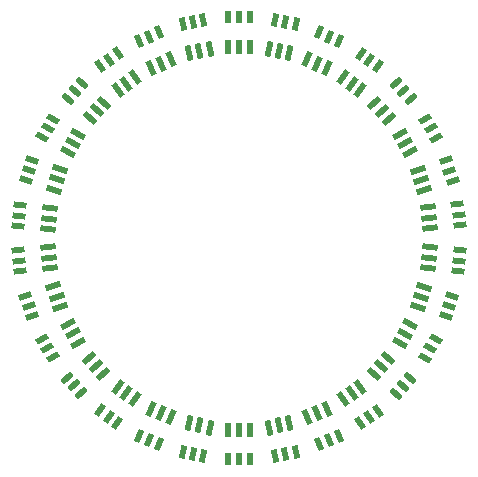
<source format=gbp>
G04*
G04 #@! TF.GenerationSoftware,Altium Limited,Altium Designer,20.0.9 (164)*
G04*
G04 Layer_Color=128*
%FSLAX25Y25*%
%MOIN*%
G70*
G01*
G75*
G04:AMPARAMS|DCode=65|XSize=43.31mil|YSize=19.68mil|CornerRadius=0mil|HoleSize=0mil|Usage=FLASHONLY|Rotation=198.000|XOffset=0mil|YOffset=0mil|HoleType=Round|Shape=Rectangle|*
%AMROTATEDRECTD65*
4,1,4,0.01755,0.01605,0.02364,-0.00267,-0.01755,-0.01605,-0.02364,0.00267,0.01755,0.01605,0.0*
%
%ADD65ROTATEDRECTD65*%

G04:AMPARAMS|DCode=66|XSize=51.18mil|YSize=19.68mil|CornerRadius=0mil|HoleSize=0mil|Usage=FLASHONLY|Rotation=198.000|XOffset=0mil|YOffset=0mil|HoleType=Round|Shape=Rectangle|*
%AMROTATEDRECTD66*
4,1,4,0.02130,0.01727,0.02738,-0.00145,-0.02130,-0.01727,-0.02738,0.00145,0.02130,0.01727,0.0*
%
%ADD66ROTATEDRECTD66*%

G04:AMPARAMS|DCode=67|XSize=51.18mil|YSize=19.68mil|CornerRadius=0mil|HoleSize=0mil|Usage=FLASHONLY|Rotation=210.000|XOffset=0mil|YOffset=0mil|HoleType=Round|Shape=Rectangle|*
%AMROTATEDRECTD67*
4,1,4,0.01724,0.02132,0.02708,0.00427,-0.01724,-0.02132,-0.02708,-0.00427,0.01724,0.02132,0.0*
%
%ADD67ROTATEDRECTD67*%

G04:AMPARAMS|DCode=68|XSize=43.31mil|YSize=19.68mil|CornerRadius=0mil|HoleSize=0mil|Usage=FLASHONLY|Rotation=210.000|XOffset=0mil|YOffset=0mil|HoleType=Round|Shape=Rectangle|*
%AMROTATEDRECTD68*
4,1,4,0.01383,0.01935,0.02367,0.00230,-0.01383,-0.01935,-0.02367,-0.00230,0.01383,0.01935,0.0*
%
%ADD68ROTATEDRECTD68*%

G04:AMPARAMS|DCode=69|XSize=43.31mil|YSize=19.68mil|CornerRadius=0mil|HoleSize=0mil|Usage=FLASHONLY|Rotation=222.000|XOffset=0mil|YOffset=0mil|HoleType=Round|Shape=Rectangle|*
%AMROTATEDRECTD69*
4,1,4,0.00951,0.02180,0.02268,0.00718,-0.00951,-0.02180,-0.02268,-0.00718,0.00951,0.02180,0.0*
%
%ADD69ROTATEDRECTD69*%

G04:AMPARAMS|DCode=70|XSize=51.18mil|YSize=19.68mil|CornerRadius=0mil|HoleSize=0mil|Usage=FLASHONLY|Rotation=222.000|XOffset=0mil|YOffset=0mil|HoleType=Round|Shape=Rectangle|*
%AMROTATEDRECTD70*
4,1,4,0.01243,0.02444,0.02560,0.00981,-0.01243,-0.02444,-0.02560,-0.00981,0.01243,0.02444,0.0*
%
%ADD70ROTATEDRECTD70*%

G04:AMPARAMS|DCode=71|XSize=51.18mil|YSize=19.68mil|CornerRadius=0mil|HoleSize=0mil|Usage=FLASHONLY|Rotation=234.000|XOffset=0mil|YOffset=0mil|HoleType=Round|Shape=Rectangle|*
%AMROTATEDRECTD71*
4,1,4,0.00708,0.02649,0.02300,0.01492,-0.00708,-0.02649,-0.02300,-0.01492,0.00708,0.02649,0.0*
%
%ADD71ROTATEDRECTD71*%

G04:AMPARAMS|DCode=72|XSize=43.31mil|YSize=19.68mil|CornerRadius=0mil|HoleSize=0mil|Usage=FLASHONLY|Rotation=234.000|XOffset=0mil|YOffset=0mil|HoleType=Round|Shape=Rectangle|*
%AMROTATEDRECTD72*
4,1,4,0.00477,0.02330,0.02069,0.01173,-0.00477,-0.02330,-0.02069,-0.01173,0.00477,0.02330,0.0*
%
%ADD72ROTATEDRECTD72*%

G04:AMPARAMS|DCode=73|XSize=43.31mil|YSize=19.68mil|CornerRadius=0mil|HoleSize=0mil|Usage=FLASHONLY|Rotation=246.000|XOffset=0mil|YOffset=0mil|HoleType=Round|Shape=Rectangle|*
%AMROTATEDRECTD73*
4,1,4,-0.00018,0.02378,0.01780,0.01578,0.00018,-0.02378,-0.01780,-0.01578,-0.00018,0.02378,0.0*
%
%ADD73ROTATEDRECTD73*%

G04:AMPARAMS|DCode=74|XSize=51.18mil|YSize=19.68mil|CornerRadius=0mil|HoleSize=0mil|Usage=FLASHONLY|Rotation=246.000|XOffset=0mil|YOffset=0mil|HoleType=Round|Shape=Rectangle|*
%AMROTATEDRECTD74*
4,1,4,0.00142,0.02738,0.01940,0.01938,-0.00142,-0.02738,-0.01940,-0.01938,0.00142,0.02738,0.0*
%
%ADD74ROTATEDRECTD74*%

G04:AMPARAMS|DCode=75|XSize=51.18mil|YSize=19.68mil|CornerRadius=0mil|HoleSize=0mil|Usage=FLASHONLY|Rotation=258.000|XOffset=0mil|YOffset=0mil|HoleType=Round|Shape=Rectangle|*
%AMROTATEDRECTD75*
4,1,4,-0.00431,0.02708,0.01495,0.02298,0.00431,-0.02708,-0.01495,-0.02298,-0.00431,0.02708,0.0*
%
%ADD75ROTATEDRECTD75*%

G04:AMPARAMS|DCode=76|XSize=43.31mil|YSize=19.68mil|CornerRadius=0mil|HoleSize=0mil|Usage=FLASHONLY|Rotation=258.000|XOffset=0mil|YOffset=0mil|HoleType=Round|Shape=Rectangle|*
%AMROTATEDRECTD76*
4,1,4,-0.00513,0.02323,0.01413,0.01913,0.00513,-0.02323,-0.01413,-0.01913,-0.00513,0.02323,0.0*
%
%ADD76ROTATEDRECTD76*%

G04:AMPARAMS|DCode=77|XSize=43.31mil|YSize=19.68mil|CornerRadius=0mil|HoleSize=0mil|Usage=FLASHONLY|Rotation=126.000|XOffset=0mil|YOffset=0mil|HoleType=Round|Shape=Rectangle|*
%AMROTATEDRECTD77*
4,1,4,0.02069,-0.01173,0.00477,-0.02330,-0.02069,0.01173,-0.00477,0.02330,0.02069,-0.01173,0.0*
%
%ADD77ROTATEDRECTD77*%

G04:AMPARAMS|DCode=78|XSize=51.18mil|YSize=19.68mil|CornerRadius=0mil|HoleSize=0mil|Usage=FLASHONLY|Rotation=126.000|XOffset=0mil|YOffset=0mil|HoleType=Round|Shape=Rectangle|*
%AMROTATEDRECTD78*
4,1,4,0.02300,-0.01492,0.00708,-0.02649,-0.02300,0.01492,-0.00708,0.02649,0.02300,-0.01492,0.0*
%
%ADD78ROTATEDRECTD78*%

G04:AMPARAMS|DCode=79|XSize=51.18mil|YSize=19.68mil|CornerRadius=0mil|HoleSize=0mil|Usage=FLASHONLY|Rotation=138.000|XOffset=0mil|YOffset=0mil|HoleType=Round|Shape=Rectangle|*
%AMROTATEDRECTD79*
4,1,4,0.02560,-0.00981,0.01243,-0.02444,-0.02560,0.00981,-0.01243,0.02444,0.02560,-0.00981,0.0*
%
%ADD79ROTATEDRECTD79*%

G04:AMPARAMS|DCode=80|XSize=43.31mil|YSize=19.68mil|CornerRadius=0mil|HoleSize=0mil|Usage=FLASHONLY|Rotation=138.000|XOffset=0mil|YOffset=0mil|HoleType=Round|Shape=Rectangle|*
%AMROTATEDRECTD80*
4,1,4,0.02268,-0.00718,0.00951,-0.02180,-0.02268,0.00718,-0.00951,0.02180,0.02268,-0.00718,0.0*
%
%ADD80ROTATEDRECTD80*%

G04:AMPARAMS|DCode=81|XSize=43.31mil|YSize=19.68mil|CornerRadius=0mil|HoleSize=0mil|Usage=FLASHONLY|Rotation=150.000|XOffset=0mil|YOffset=0mil|HoleType=Round|Shape=Rectangle|*
%AMROTATEDRECTD81*
4,1,4,0.02367,-0.00230,0.01383,-0.01935,-0.02367,0.00230,-0.01383,0.01935,0.02367,-0.00230,0.0*
%
%ADD81ROTATEDRECTD81*%

G04:AMPARAMS|DCode=82|XSize=51.18mil|YSize=19.68mil|CornerRadius=0mil|HoleSize=0mil|Usage=FLASHONLY|Rotation=150.000|XOffset=0mil|YOffset=0mil|HoleType=Round|Shape=Rectangle|*
%AMROTATEDRECTD82*
4,1,4,0.02708,-0.00427,0.01724,-0.02132,-0.02708,0.00427,-0.01724,0.02132,0.02708,-0.00427,0.0*
%
%ADD82ROTATEDRECTD82*%

G04:AMPARAMS|DCode=83|XSize=51.18mil|YSize=19.68mil|CornerRadius=0mil|HoleSize=0mil|Usage=FLASHONLY|Rotation=162.000|XOffset=0mil|YOffset=0mil|HoleType=Round|Shape=Rectangle|*
%AMROTATEDRECTD83*
4,1,4,0.02738,0.00145,0.02130,-0.01727,-0.02738,-0.00145,-0.02130,0.01727,0.02738,0.00145,0.0*
%
%ADD83ROTATEDRECTD83*%

G04:AMPARAMS|DCode=84|XSize=43.31mil|YSize=19.68mil|CornerRadius=0mil|HoleSize=0mil|Usage=FLASHONLY|Rotation=162.000|XOffset=0mil|YOffset=0mil|HoleType=Round|Shape=Rectangle|*
%AMROTATEDRECTD84*
4,1,4,0.02364,0.00267,0.01755,-0.01605,-0.02364,-0.00267,-0.01755,0.01605,0.02364,0.00267,0.0*
%
%ADD84ROTATEDRECTD84*%

G04:AMPARAMS|DCode=85|XSize=43.31mil|YSize=19.68mil|CornerRadius=0mil|HoleSize=0mil|Usage=FLASHONLY|Rotation=174.000|XOffset=0mil|YOffset=0mil|HoleType=Round|Shape=Rectangle|*
%AMROTATEDRECTD85*
4,1,4,0.02256,0.00753,0.02051,-0.01205,-0.02256,-0.00753,-0.02051,0.01205,0.02256,0.00753,0.0*
%
%ADD85ROTATEDRECTD85*%

G04:AMPARAMS|DCode=86|XSize=51.18mil|YSize=19.68mil|CornerRadius=0mil|HoleSize=0mil|Usage=FLASHONLY|Rotation=174.000|XOffset=0mil|YOffset=0mil|HoleType=Round|Shape=Rectangle|*
%AMROTATEDRECTD86*
4,1,4,0.02648,0.00711,0.02442,-0.01246,-0.02648,-0.00711,-0.02442,0.01246,0.02648,0.00711,0.0*
%
%ADD86ROTATEDRECTD86*%

G04:AMPARAMS|DCode=87|XSize=51.18mil|YSize=19.68mil|CornerRadius=0mil|HoleSize=0mil|Usage=FLASHONLY|Rotation=186.000|XOffset=0mil|YOffset=0mil|HoleType=Round|Shape=Rectangle|*
%AMROTATEDRECTD87*
4,1,4,0.02442,0.01246,0.02648,-0.00711,-0.02442,-0.01246,-0.02648,0.00711,0.02442,0.01246,0.0*
%
%ADD87ROTATEDRECTD87*%

G04:AMPARAMS|DCode=88|XSize=43.31mil|YSize=19.68mil|CornerRadius=0mil|HoleSize=0mil|Usage=FLASHONLY|Rotation=186.000|XOffset=0mil|YOffset=0mil|HoleType=Round|Shape=Rectangle|*
%AMROTATEDRECTD88*
4,1,4,0.02051,0.01205,0.02256,-0.00753,-0.02051,-0.01205,-0.02256,0.00753,0.02051,0.01205,0.0*
%
%ADD88ROTATEDRECTD88*%

%ADD89R,0.01968X0.05118*%
%ADD90R,0.01968X0.04331*%
G04:AMPARAMS|DCode=91|XSize=43.31mil|YSize=19.68mil|CornerRadius=0mil|HoleSize=0mil|Usage=FLASHONLY|Rotation=102.000|XOffset=0mil|YOffset=0mil|HoleType=Round|Shape=Rectangle|*
%AMROTATEDRECTD91*
4,1,4,0.01413,-0.01913,-0.00513,-0.02323,-0.01413,0.01913,0.00513,0.02323,0.01413,-0.01913,0.0*
%
%ADD91ROTATEDRECTD91*%

G04:AMPARAMS|DCode=92|XSize=51.18mil|YSize=19.68mil|CornerRadius=0mil|HoleSize=0mil|Usage=FLASHONLY|Rotation=102.000|XOffset=0mil|YOffset=0mil|HoleType=Round|Shape=Rectangle|*
%AMROTATEDRECTD92*
4,1,4,0.01495,-0.02298,-0.00431,-0.02708,-0.01495,0.02298,0.00431,0.02708,0.01495,-0.02298,0.0*
%
%ADD92ROTATEDRECTD92*%

G04:AMPARAMS|DCode=93|XSize=51.18mil|YSize=19.68mil|CornerRadius=0mil|HoleSize=0mil|Usage=FLASHONLY|Rotation=114.000|XOffset=0mil|YOffset=0mil|HoleType=Round|Shape=Rectangle|*
%AMROTATEDRECTD93*
4,1,4,0.01940,-0.01938,0.00142,-0.02738,-0.01940,0.01938,-0.00142,0.02738,0.01940,-0.01938,0.0*
%
%ADD93ROTATEDRECTD93*%

G04:AMPARAMS|DCode=94|XSize=43.31mil|YSize=19.68mil|CornerRadius=0mil|HoleSize=0mil|Usage=FLASHONLY|Rotation=114.000|XOffset=0mil|YOffset=0mil|HoleType=Round|Shape=Rectangle|*
%AMROTATEDRECTD94*
4,1,4,0.01780,-0.01578,-0.00018,-0.02378,-0.01780,0.01578,0.00018,0.02378,0.01780,-0.01578,0.0*
%
%ADD94ROTATEDRECTD94*%

D65*
X68988Y25938D02*
D03*
X70083Y22568D02*
D03*
X71178Y19198D02*
D03*
X-71206Y-19078D02*
D03*
X-70111Y-22448D02*
D03*
X-69016Y-25818D02*
D03*
D66*
X59627Y22897D02*
D03*
X60722Y19527D02*
D03*
X61817Y16157D02*
D03*
X-61845Y-16037D02*
D03*
X-60750Y-19407D02*
D03*
X-59655Y-22776D02*
D03*
D67*
X57107Y28661D02*
D03*
X55336Y31730D02*
D03*
X53564Y34798D02*
D03*
X-53579Y-34740D02*
D03*
X-55351Y-31672D02*
D03*
X-57123Y-28603D02*
D03*
D68*
X65631Y33582D02*
D03*
X63860Y36651D02*
D03*
X62088Y39720D02*
D03*
X-62103Y-39661D02*
D03*
X-63875Y-36593D02*
D03*
X-65647Y-33524D02*
D03*
D69*
X52461Y51778D02*
D03*
X54832Y49145D02*
D03*
X57203Y46512D02*
D03*
X-57274Y-46400D02*
D03*
X-54904Y-49033D02*
D03*
X-52533Y-51666D02*
D03*
D70*
X45147Y45192D02*
D03*
X47517Y42559D02*
D03*
X49888Y39926D02*
D03*
X-49960Y-39814D02*
D03*
X-47589Y-42447D02*
D03*
X-45218Y-45081D02*
D03*
D71*
X40461Y49455D02*
D03*
X37594Y51538D02*
D03*
X34728Y53620D02*
D03*
X-34756Y-53568D02*
D03*
X-37622Y-51486D02*
D03*
X-40489Y-49403D02*
D03*
D72*
X46246Y57418D02*
D03*
X43380Y59500D02*
D03*
X40513Y61583D02*
D03*
X-40541Y-61531D02*
D03*
X-43408Y-59448D02*
D03*
X-46274Y-57366D02*
D03*
D73*
X26798Y68674D02*
D03*
X30035Y67233D02*
D03*
X33272Y65792D02*
D03*
X-33302Y-65746D02*
D03*
X-30065Y-67188D02*
D03*
X-26828Y-68629D02*
D03*
D74*
X22794Y59682D02*
D03*
X26031Y58241D02*
D03*
X29268Y56800D02*
D03*
X-29299Y-56755D02*
D03*
X-26062Y-58196D02*
D03*
X-22825Y-59637D02*
D03*
D75*
X16798Y61650D02*
D03*
X13332Y62386D02*
D03*
X9866Y63123D02*
D03*
X-9816Y-63102D02*
D03*
X-13282Y-62365D02*
D03*
X-16748Y-61629D02*
D03*
D76*
X18844Y71277D02*
D03*
X15379Y72014D02*
D03*
X11913Y72750D02*
D03*
X-11863Y-72730D02*
D03*
X-15329Y-71993D02*
D03*
X-18794Y-71256D02*
D03*
D77*
X46219Y-57406D02*
D03*
X43352Y-59489D02*
D03*
X40485Y-61572D02*
D03*
X-40470Y61615D02*
D03*
X-43336Y59532D02*
D03*
X-46203Y57449D02*
D03*
D78*
X40433Y-49444D02*
D03*
X37567Y-51526D02*
D03*
X34700Y-53609D02*
D03*
X-34685Y53652D02*
D03*
X-37551Y51569D02*
D03*
X-40418Y49486D02*
D03*
D79*
X45080Y-45235D02*
D03*
X47451Y-42602D02*
D03*
X49822Y-39968D02*
D03*
X-49823Y39999D02*
D03*
X-47452Y42632D02*
D03*
X-45081Y45266D02*
D03*
D80*
X52394Y-51821D02*
D03*
X54765Y-49187D02*
D03*
X57136Y-46554D02*
D03*
X-57137Y46585D02*
D03*
X-54766Y49218D02*
D03*
X-52395Y51851D02*
D03*
D81*
X65605Y-33597D02*
D03*
X63833Y-36666D02*
D03*
X62061Y-39735D02*
D03*
X-62035Y39812D02*
D03*
X-63807Y36743D02*
D03*
X-65578Y33675D02*
D03*
D82*
X57081Y-28676D02*
D03*
X55309Y-31745D02*
D03*
X53537Y-34813D02*
D03*
X-53511Y34891D02*
D03*
X-55283Y31822D02*
D03*
X-57055Y28754D02*
D03*
D83*
X59602Y-22943D02*
D03*
X60697Y-19574D02*
D03*
X61792Y-16204D02*
D03*
X-61786Y16254D02*
D03*
X-60691Y19624D02*
D03*
X-59596Y22994D02*
D03*
D84*
X68963Y-25985D02*
D03*
X70057Y-22615D02*
D03*
X71152Y-19245D02*
D03*
X-71146Y19296D02*
D03*
X-70051Y22665D02*
D03*
X-68957Y26035D02*
D03*
D85*
X73606Y-3998D02*
D03*
X73235Y-7522D02*
D03*
X72865Y-11045D02*
D03*
X-72861Y11110D02*
D03*
X-73232Y7586D02*
D03*
X-73602Y4062D02*
D03*
D86*
X63817Y-2969D02*
D03*
X63447Y-6493D02*
D03*
X63076Y-10017D02*
D03*
X-63073Y10081D02*
D03*
X-63443Y6558D02*
D03*
X-63814Y3034D02*
D03*
D87*
X63777Y3377D02*
D03*
X63407Y6901D02*
D03*
X63036Y10425D02*
D03*
X-63085Y-9929D02*
D03*
X-63456Y-6405D02*
D03*
X-63826Y-2881D02*
D03*
D88*
X73566Y4406D02*
D03*
X73195Y7930D02*
D03*
X72825Y11454D02*
D03*
X-72874Y-10958D02*
D03*
X-73244Y-7434D02*
D03*
X-73615Y-3910D02*
D03*
D89*
X-3543Y-63764D02*
D03*
X-0D02*
D03*
X3543D02*
D03*
X-3543Y63795D02*
D03*
X0D02*
D03*
X3543D02*
D03*
D90*
X-3543Y-73606D02*
D03*
X0D02*
D03*
X3543D02*
D03*
X-3543Y73638D02*
D03*
X-0D02*
D03*
X3543D02*
D03*
D91*
X18875Y-71239D02*
D03*
X15409Y-71976D02*
D03*
X11943Y-72712D02*
D03*
X-11874Y72759D02*
D03*
X-15340Y72022D02*
D03*
X-18806Y71285D02*
D03*
D92*
X16829Y-61612D02*
D03*
X13363Y-62348D02*
D03*
X9897Y-63085D02*
D03*
X-9828Y63131D02*
D03*
X-13294Y62394D02*
D03*
X-16760Y61658D02*
D03*
D93*
X22771Y-59662D02*
D03*
X26008Y-58220D02*
D03*
X29244Y-56779D02*
D03*
X-29216Y56823D02*
D03*
X-25979Y58265D02*
D03*
X-22742Y59706D02*
D03*
D94*
X26774Y-68653D02*
D03*
X30011Y-67212D02*
D03*
X33248Y-65771D02*
D03*
X-33219Y65815D02*
D03*
X-29982Y67256D02*
D03*
X-26745Y68697D02*
D03*
M02*

</source>
